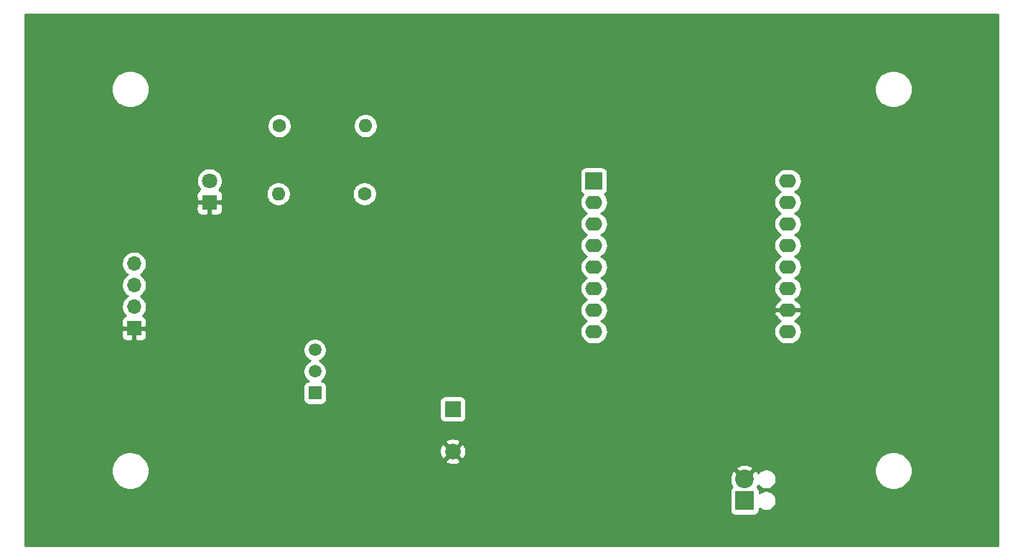
<source format=gbr>
%TF.GenerationSoftware,KiCad,Pcbnew,(5.1.10-1-10_14)*%
%TF.CreationDate,2021-11-11T14:15:25+01:00*%
%TF.ProjectId,Distance_Measurement,44697374-616e-4636-955f-4d6561737572,01*%
%TF.SameCoordinates,Original*%
%TF.FileFunction,Copper,L2,Bot*%
%TF.FilePolarity,Positive*%
%FSLAX46Y46*%
G04 Gerber Fmt 4.6, Leading zero omitted, Abs format (unit mm)*
G04 Created by KiCad (PCBNEW (5.1.10-1-10_14)) date 2021-11-11 14:15:25*
%MOMM*%
%LPD*%
G01*
G04 APERTURE LIST*
%TA.AperFunction,ComponentPad*%
%ADD10O,2.000000X1.600000*%
%TD*%
%TA.AperFunction,ComponentPad*%
%ADD11R,2.000000X2.000000*%
%TD*%
%TA.AperFunction,ComponentPad*%
%ADD12O,1.600000X1.600000*%
%TD*%
%TA.AperFunction,ComponentPad*%
%ADD13C,1.600000*%
%TD*%
%TA.AperFunction,ComponentPad*%
%ADD14C,1.850000*%
%TD*%
%TA.AperFunction,ComponentPad*%
%ADD15R,1.850000X1.850000*%
%TD*%
%TA.AperFunction,ComponentPad*%
%ADD16R,1.500000X1.500000*%
%TD*%
%TA.AperFunction,ComponentPad*%
%ADD17C,1.500000*%
%TD*%
%TA.AperFunction,ComponentPad*%
%ADD18C,1.800000*%
%TD*%
%TA.AperFunction,ComponentPad*%
%ADD19R,1.800000X1.800000*%
%TD*%
%TA.AperFunction,ComponentPad*%
%ADD20O,1.700000X1.700000*%
%TD*%
%TA.AperFunction,ComponentPad*%
%ADD21R,1.700000X1.700000*%
%TD*%
%TA.AperFunction,ComponentPad*%
%ADD22C,2.200000*%
%TD*%
%TA.AperFunction,ComponentPad*%
%ADD23R,2.200000X2.200000*%
%TD*%
%TA.AperFunction,Conductor*%
%ADD24C,0.254000*%
%TD*%
%TA.AperFunction,Conductor*%
%ADD25C,0.100000*%
%TD*%
G04 APERTURE END LIST*
D10*
%TO.P,U1,16*%
%TO.N,N/C*%
X181991000Y-86614000D03*
%TO.P,U1,15*%
X181991000Y-89154000D03*
%TO.P,U1,14*%
%TO.N,Net-(R1-Pad2)*%
X181991000Y-91694000D03*
%TO.P,U1,13*%
%TO.N,N/C*%
X181991000Y-94234000D03*
%TO.P,U1,12*%
%TO.N,Net-(R2-Pad1)*%
X181991000Y-96774000D03*
%TO.P,U1,11*%
%TO.N,N/C*%
X181991000Y-99314000D03*
%TO.P,U1,10*%
%TO.N,GND*%
X181991000Y-101854000D03*
%TO.P,U1,9*%
%TO.N,+5V*%
X181991000Y-104394000D03*
%TO.P,U1,8*%
%TO.N,Net-(Q1-Pad3)*%
X159131000Y-104394000D03*
%TO.P,U1,7*%
%TO.N,N/C*%
X159131000Y-101854000D03*
%TO.P,U1,6*%
%TO.N,Net-(J1-Pad3)*%
X159131000Y-99314000D03*
%TO.P,U1,5*%
%TO.N,Net-(J1-Pad2)*%
X159131000Y-96774000D03*
%TO.P,U1,4*%
%TO.N,N/C*%
X159131000Y-94234000D03*
%TO.P,U1,3*%
X159131000Y-91694000D03*
D11*
%TO.P,U1,1*%
X159131000Y-86614000D03*
D10*
%TO.P,U1,2*%
X159131000Y-89154000D03*
%TD*%
D12*
%TO.P,R2,2*%
%TO.N,Net-(Q1-Pad2)*%
X121920000Y-88138000D03*
D13*
%TO.P,R2,1*%
%TO.N,Net-(R2-Pad1)*%
X132080000Y-88138000D03*
%TD*%
D14*
%TO.P,LS1,2*%
%TO.N,GND*%
X142494000Y-118538000D03*
D15*
%TO.P,LS1,1*%
%TO.N,Net-(LS1-Pad1)*%
X142494000Y-113538000D03*
%TD*%
D16*
%TO.P,Q1,1*%
%TO.N,Net-(LS1-Pad1)*%
X126238000Y-111633000D03*
D17*
%TO.P,Q1,3*%
%TO.N,Net-(Q1-Pad3)*%
X126238000Y-106553000D03*
%TO.P,Q1,2*%
%TO.N,Net-(Q1-Pad2)*%
X126238000Y-109093000D03*
%TD*%
D18*
%TO.P,D1,2*%
%TO.N,Net-(D1-Pad2)*%
X113792000Y-86614000D03*
D19*
%TO.P,D1,1*%
%TO.N,GND*%
X113792000Y-89154000D03*
%TD*%
D20*
%TO.P,J1,4*%
%TO.N,+5V*%
X104902000Y-96393000D03*
%TO.P,J1,3*%
%TO.N,Net-(J1-Pad3)*%
X104902000Y-98933000D03*
%TO.P,J1,2*%
%TO.N,Net-(J1-Pad2)*%
X104902000Y-101473000D03*
D21*
%TO.P,J1,1*%
%TO.N,GND*%
X104902000Y-104013000D03*
%TD*%
D22*
%TO.P,J2,2*%
%TO.N,GND*%
X176911000Y-121793000D03*
D23*
%TO.P,J2,1*%
%TO.N,+5V*%
X176911000Y-124333000D03*
%TD*%
D12*
%TO.P,R1,2*%
%TO.N,Net-(R1-Pad2)*%
X132207000Y-80137000D03*
D13*
%TO.P,R1,1*%
%TO.N,Net-(D1-Pad2)*%
X122047000Y-80137000D03*
%TD*%
D24*
%TO.N,GND*%
X206780001Y-129634000D02*
X92100000Y-129634000D01*
X92100000Y-120573872D01*
X102205000Y-120573872D01*
X102205000Y-121014128D01*
X102290890Y-121445925D01*
X102459369Y-121852669D01*
X102703962Y-122218729D01*
X103015271Y-122530038D01*
X103381331Y-122774631D01*
X103788075Y-122943110D01*
X104219872Y-123029000D01*
X104660128Y-123029000D01*
X105091925Y-122943110D01*
X105498669Y-122774631D01*
X105864729Y-122530038D01*
X106176038Y-122218729D01*
X106420631Y-121852669D01*
X106421057Y-121851639D01*
X175168591Y-121851639D01*
X175213511Y-122190439D01*
X175323664Y-122513966D01*
X175429662Y-122712274D01*
X175439733Y-122716228D01*
X175359815Y-122781815D01*
X175280463Y-122878506D01*
X175221498Y-122988820D01*
X175185188Y-123108518D01*
X175172928Y-123233000D01*
X175172928Y-125433000D01*
X175185188Y-125557482D01*
X175221498Y-125677180D01*
X175280463Y-125787494D01*
X175359815Y-125884185D01*
X175456506Y-125963537D01*
X175566820Y-126022502D01*
X175686518Y-126058812D01*
X175811000Y-126071072D01*
X178011000Y-126071072D01*
X178135482Y-126058812D01*
X178255180Y-126022502D01*
X178365494Y-125963537D01*
X178462185Y-125884185D01*
X178541537Y-125787494D01*
X178600502Y-125677180D01*
X178636812Y-125557482D01*
X178649072Y-125433000D01*
X178649072Y-125206916D01*
X178695606Y-125253450D01*
X178889692Y-125383134D01*
X179105348Y-125472461D01*
X179334288Y-125518000D01*
X179567712Y-125518000D01*
X179796652Y-125472461D01*
X180012308Y-125383134D01*
X180206394Y-125253450D01*
X180371450Y-125088394D01*
X180501134Y-124894308D01*
X180590461Y-124678652D01*
X180636000Y-124449712D01*
X180636000Y-124216288D01*
X180590461Y-123987348D01*
X180501134Y-123771692D01*
X180371450Y-123577606D01*
X180206394Y-123412550D01*
X180012308Y-123282866D01*
X179796652Y-123193539D01*
X179567712Y-123148000D01*
X179334288Y-123148000D01*
X179105348Y-123193539D01*
X178889692Y-123282866D01*
X178695606Y-123412550D01*
X178649072Y-123459084D01*
X178649072Y-123233000D01*
X178636812Y-123108518D01*
X178600502Y-122988820D01*
X178541537Y-122878506D01*
X178462185Y-122781815D01*
X178382267Y-122716228D01*
X178392338Y-122712274D01*
X178497387Y-122498762D01*
X178530550Y-122548394D01*
X178695606Y-122713450D01*
X178889692Y-122843134D01*
X179105348Y-122932461D01*
X179334288Y-122978000D01*
X179567712Y-122978000D01*
X179796652Y-122932461D01*
X180012308Y-122843134D01*
X180206394Y-122713450D01*
X180371450Y-122548394D01*
X180501134Y-122354308D01*
X180590461Y-122138652D01*
X180636000Y-121909712D01*
X180636000Y-121676288D01*
X180590461Y-121447348D01*
X180501134Y-121231692D01*
X180371450Y-121037606D01*
X180206394Y-120872550D01*
X180012308Y-120742866D01*
X179796652Y-120653539D01*
X179567712Y-120608000D01*
X179334288Y-120608000D01*
X179105348Y-120653539D01*
X178889692Y-120742866D01*
X178695606Y-120872550D01*
X178530550Y-121037606D01*
X178501445Y-121081165D01*
X178498336Y-121072034D01*
X178392338Y-120873726D01*
X178117712Y-120765893D01*
X177090605Y-121793000D01*
X177104748Y-121807143D01*
X176925143Y-121986748D01*
X176911000Y-121972605D01*
X176896858Y-121986748D01*
X176717253Y-121807143D01*
X176731395Y-121793000D01*
X175704288Y-120765893D01*
X175429662Y-120873726D01*
X175278784Y-121180384D01*
X175190631Y-121510585D01*
X175168591Y-121851639D01*
X106421057Y-121851639D01*
X106589110Y-121445925D01*
X106675000Y-121014128D01*
X106675000Y-120586288D01*
X175883893Y-120586288D01*
X176911000Y-121613395D01*
X177938107Y-120586288D01*
X177933232Y-120573872D01*
X192205000Y-120573872D01*
X192205000Y-121014128D01*
X192290890Y-121445925D01*
X192459369Y-121852669D01*
X192703962Y-122218729D01*
X193015271Y-122530038D01*
X193381331Y-122774631D01*
X193788075Y-122943110D01*
X194219872Y-123029000D01*
X194660128Y-123029000D01*
X195091925Y-122943110D01*
X195498669Y-122774631D01*
X195864729Y-122530038D01*
X196176038Y-122218729D01*
X196420631Y-121852669D01*
X196589110Y-121445925D01*
X196675000Y-121014128D01*
X196675000Y-120573872D01*
X196589110Y-120142075D01*
X196420631Y-119735331D01*
X196176038Y-119369271D01*
X195864729Y-119057962D01*
X195498669Y-118813369D01*
X195091925Y-118644890D01*
X194660128Y-118559000D01*
X194219872Y-118559000D01*
X193788075Y-118644890D01*
X193381331Y-118813369D01*
X193015271Y-119057962D01*
X192703962Y-119369271D01*
X192459369Y-119735331D01*
X192290890Y-120142075D01*
X192205000Y-120573872D01*
X177933232Y-120573872D01*
X177830274Y-120311662D01*
X177523616Y-120160784D01*
X177193415Y-120072631D01*
X176852361Y-120050591D01*
X176513561Y-120095511D01*
X176190034Y-120205664D01*
X175991726Y-120311662D01*
X175883893Y-120586288D01*
X106675000Y-120586288D01*
X106675000Y-120573872D01*
X106589110Y-120142075D01*
X106420631Y-119735331D01*
X106343514Y-119619917D01*
X141591688Y-119619917D01*
X141678393Y-119876653D01*
X141955223Y-120010048D01*
X142252757Y-120086873D01*
X142559562Y-120104176D01*
X142863848Y-120061292D01*
X143153921Y-119959868D01*
X143309607Y-119876653D01*
X143396312Y-119619917D01*
X142494000Y-118717605D01*
X141591688Y-119619917D01*
X106343514Y-119619917D01*
X106176038Y-119369271D01*
X105864729Y-119057962D01*
X105498669Y-118813369D01*
X105091925Y-118644890D01*
X104884156Y-118603562D01*
X140927824Y-118603562D01*
X140970708Y-118907848D01*
X141072132Y-119197921D01*
X141155347Y-119353607D01*
X141412083Y-119440312D01*
X142314395Y-118538000D01*
X142673605Y-118538000D01*
X143575917Y-119440312D01*
X143832653Y-119353607D01*
X143966048Y-119076777D01*
X144042873Y-118779243D01*
X144060176Y-118472438D01*
X144017292Y-118168152D01*
X143915868Y-117878079D01*
X143832653Y-117722393D01*
X143575917Y-117635688D01*
X142673605Y-118538000D01*
X142314395Y-118538000D01*
X141412083Y-117635688D01*
X141155347Y-117722393D01*
X141021952Y-117999223D01*
X140945127Y-118296757D01*
X140927824Y-118603562D01*
X104884156Y-118603562D01*
X104660128Y-118559000D01*
X104219872Y-118559000D01*
X103788075Y-118644890D01*
X103381331Y-118813369D01*
X103015271Y-119057962D01*
X102703962Y-119369271D01*
X102459369Y-119735331D01*
X102290890Y-120142075D01*
X102205000Y-120573872D01*
X92100000Y-120573872D01*
X92100000Y-117456083D01*
X141591688Y-117456083D01*
X142494000Y-118358395D01*
X143396312Y-117456083D01*
X143309607Y-117199347D01*
X143032777Y-117065952D01*
X142735243Y-116989127D01*
X142428438Y-116971824D01*
X142124152Y-117014708D01*
X141834079Y-117116132D01*
X141678393Y-117199347D01*
X141591688Y-117456083D01*
X92100000Y-117456083D01*
X92100000Y-110883000D01*
X124849928Y-110883000D01*
X124849928Y-112383000D01*
X124862188Y-112507482D01*
X124898498Y-112627180D01*
X124957463Y-112737494D01*
X125036815Y-112834185D01*
X125133506Y-112913537D01*
X125243820Y-112972502D01*
X125363518Y-113008812D01*
X125488000Y-113021072D01*
X126988000Y-113021072D01*
X127112482Y-113008812D01*
X127232180Y-112972502D01*
X127342494Y-112913537D01*
X127439185Y-112834185D01*
X127518537Y-112737494D01*
X127577502Y-112627180D01*
X127581803Y-112613000D01*
X140930928Y-112613000D01*
X140930928Y-114463000D01*
X140943188Y-114587482D01*
X140979498Y-114707180D01*
X141038463Y-114817494D01*
X141117815Y-114914185D01*
X141214506Y-114993537D01*
X141324820Y-115052502D01*
X141444518Y-115088812D01*
X141569000Y-115101072D01*
X143419000Y-115101072D01*
X143543482Y-115088812D01*
X143663180Y-115052502D01*
X143773494Y-114993537D01*
X143870185Y-114914185D01*
X143949537Y-114817494D01*
X144008502Y-114707180D01*
X144044812Y-114587482D01*
X144057072Y-114463000D01*
X144057072Y-112613000D01*
X144044812Y-112488518D01*
X144008502Y-112368820D01*
X143949537Y-112258506D01*
X143870185Y-112161815D01*
X143773494Y-112082463D01*
X143663180Y-112023498D01*
X143543482Y-111987188D01*
X143419000Y-111974928D01*
X141569000Y-111974928D01*
X141444518Y-111987188D01*
X141324820Y-112023498D01*
X141214506Y-112082463D01*
X141117815Y-112161815D01*
X141038463Y-112258506D01*
X140979498Y-112368820D01*
X140943188Y-112488518D01*
X140930928Y-112613000D01*
X127581803Y-112613000D01*
X127613812Y-112507482D01*
X127626072Y-112383000D01*
X127626072Y-110883000D01*
X127613812Y-110758518D01*
X127577502Y-110638820D01*
X127518537Y-110528506D01*
X127439185Y-110431815D01*
X127342494Y-110352463D01*
X127232180Y-110293498D01*
X127112482Y-110257188D01*
X127004517Y-110246555D01*
X127120886Y-110168799D01*
X127313799Y-109975886D01*
X127465371Y-109749043D01*
X127569775Y-109496989D01*
X127623000Y-109229411D01*
X127623000Y-108956589D01*
X127569775Y-108689011D01*
X127465371Y-108436957D01*
X127313799Y-108210114D01*
X127120886Y-108017201D01*
X126894043Y-107865629D01*
X126791127Y-107823000D01*
X126894043Y-107780371D01*
X127120886Y-107628799D01*
X127313799Y-107435886D01*
X127465371Y-107209043D01*
X127569775Y-106956989D01*
X127623000Y-106689411D01*
X127623000Y-106416589D01*
X127569775Y-106149011D01*
X127465371Y-105896957D01*
X127313799Y-105670114D01*
X127120886Y-105477201D01*
X126894043Y-105325629D01*
X126641989Y-105221225D01*
X126374411Y-105168000D01*
X126101589Y-105168000D01*
X125834011Y-105221225D01*
X125581957Y-105325629D01*
X125355114Y-105477201D01*
X125162201Y-105670114D01*
X125010629Y-105896957D01*
X124906225Y-106149011D01*
X124853000Y-106416589D01*
X124853000Y-106689411D01*
X124906225Y-106956989D01*
X125010629Y-107209043D01*
X125162201Y-107435886D01*
X125355114Y-107628799D01*
X125581957Y-107780371D01*
X125684873Y-107823000D01*
X125581957Y-107865629D01*
X125355114Y-108017201D01*
X125162201Y-108210114D01*
X125010629Y-108436957D01*
X124906225Y-108689011D01*
X124853000Y-108956589D01*
X124853000Y-109229411D01*
X124906225Y-109496989D01*
X125010629Y-109749043D01*
X125162201Y-109975886D01*
X125355114Y-110168799D01*
X125471483Y-110246555D01*
X125363518Y-110257188D01*
X125243820Y-110293498D01*
X125133506Y-110352463D01*
X125036815Y-110431815D01*
X124957463Y-110528506D01*
X124898498Y-110638820D01*
X124862188Y-110758518D01*
X124849928Y-110883000D01*
X92100000Y-110883000D01*
X92100000Y-104863000D01*
X103413928Y-104863000D01*
X103426188Y-104987482D01*
X103462498Y-105107180D01*
X103521463Y-105217494D01*
X103600815Y-105314185D01*
X103697506Y-105393537D01*
X103807820Y-105452502D01*
X103927518Y-105488812D01*
X104052000Y-105501072D01*
X104616250Y-105498000D01*
X104775000Y-105339250D01*
X104775000Y-104140000D01*
X105029000Y-104140000D01*
X105029000Y-105339250D01*
X105187750Y-105498000D01*
X105752000Y-105501072D01*
X105876482Y-105488812D01*
X105996180Y-105452502D01*
X106106494Y-105393537D01*
X106203185Y-105314185D01*
X106282537Y-105217494D01*
X106341502Y-105107180D01*
X106377812Y-104987482D01*
X106390072Y-104863000D01*
X106387000Y-104298750D01*
X106228250Y-104140000D01*
X105029000Y-104140000D01*
X104775000Y-104140000D01*
X103575750Y-104140000D01*
X103417000Y-104298750D01*
X103413928Y-104863000D01*
X92100000Y-104863000D01*
X92100000Y-103163000D01*
X103413928Y-103163000D01*
X103417000Y-103727250D01*
X103575750Y-103886000D01*
X104775000Y-103886000D01*
X104775000Y-103866000D01*
X105029000Y-103866000D01*
X105029000Y-103886000D01*
X106228250Y-103886000D01*
X106387000Y-103727250D01*
X106390072Y-103163000D01*
X106377812Y-103038518D01*
X106341502Y-102918820D01*
X106282537Y-102808506D01*
X106203185Y-102711815D01*
X106106494Y-102632463D01*
X105996180Y-102573498D01*
X105923620Y-102551487D01*
X106055475Y-102419632D01*
X106217990Y-102176411D01*
X106329932Y-101906158D01*
X106387000Y-101619260D01*
X106387000Y-101326740D01*
X106329932Y-101039842D01*
X106217990Y-100769589D01*
X106055475Y-100526368D01*
X105848632Y-100319525D01*
X105674240Y-100203000D01*
X105848632Y-100086475D01*
X106055475Y-99879632D01*
X106217990Y-99636411D01*
X106329932Y-99366158D01*
X106387000Y-99079260D01*
X106387000Y-98786740D01*
X106329932Y-98499842D01*
X106217990Y-98229589D01*
X106055475Y-97986368D01*
X105848632Y-97779525D01*
X105674240Y-97663000D01*
X105848632Y-97546475D01*
X106055475Y-97339632D01*
X106217990Y-97096411D01*
X106329932Y-96826158D01*
X106387000Y-96539260D01*
X106387000Y-96246740D01*
X106329932Y-95959842D01*
X106217990Y-95689589D01*
X106055475Y-95446368D01*
X105848632Y-95239525D01*
X105605411Y-95077010D01*
X105335158Y-94965068D01*
X105048260Y-94908000D01*
X104755740Y-94908000D01*
X104468842Y-94965068D01*
X104198589Y-95077010D01*
X103955368Y-95239525D01*
X103748525Y-95446368D01*
X103586010Y-95689589D01*
X103474068Y-95959842D01*
X103417000Y-96246740D01*
X103417000Y-96539260D01*
X103474068Y-96826158D01*
X103586010Y-97096411D01*
X103748525Y-97339632D01*
X103955368Y-97546475D01*
X104129760Y-97663000D01*
X103955368Y-97779525D01*
X103748525Y-97986368D01*
X103586010Y-98229589D01*
X103474068Y-98499842D01*
X103417000Y-98786740D01*
X103417000Y-99079260D01*
X103474068Y-99366158D01*
X103586010Y-99636411D01*
X103748525Y-99879632D01*
X103955368Y-100086475D01*
X104129760Y-100203000D01*
X103955368Y-100319525D01*
X103748525Y-100526368D01*
X103586010Y-100769589D01*
X103474068Y-101039842D01*
X103417000Y-101326740D01*
X103417000Y-101619260D01*
X103474068Y-101906158D01*
X103586010Y-102176411D01*
X103748525Y-102419632D01*
X103880380Y-102551487D01*
X103807820Y-102573498D01*
X103697506Y-102632463D01*
X103600815Y-102711815D01*
X103521463Y-102808506D01*
X103462498Y-102918820D01*
X103426188Y-103038518D01*
X103413928Y-103163000D01*
X92100000Y-103163000D01*
X92100000Y-90054000D01*
X112253928Y-90054000D01*
X112266188Y-90178482D01*
X112302498Y-90298180D01*
X112361463Y-90408494D01*
X112440815Y-90505185D01*
X112537506Y-90584537D01*
X112647820Y-90643502D01*
X112767518Y-90679812D01*
X112892000Y-90692072D01*
X113506250Y-90689000D01*
X113665000Y-90530250D01*
X113665000Y-89281000D01*
X113919000Y-89281000D01*
X113919000Y-90530250D01*
X114077750Y-90689000D01*
X114692000Y-90692072D01*
X114816482Y-90679812D01*
X114936180Y-90643502D01*
X115046494Y-90584537D01*
X115143185Y-90505185D01*
X115222537Y-90408494D01*
X115281502Y-90298180D01*
X115317812Y-90178482D01*
X115330072Y-90054000D01*
X115327000Y-89439750D01*
X115168250Y-89281000D01*
X113919000Y-89281000D01*
X113665000Y-89281000D01*
X112415750Y-89281000D01*
X112257000Y-89439750D01*
X112253928Y-90054000D01*
X92100000Y-90054000D01*
X92100000Y-88254000D01*
X112253928Y-88254000D01*
X112257000Y-88868250D01*
X112415750Y-89027000D01*
X113665000Y-89027000D01*
X113665000Y-89007000D01*
X113919000Y-89007000D01*
X113919000Y-89027000D01*
X115168250Y-89027000D01*
X115327000Y-88868250D01*
X115330072Y-88254000D01*
X115317812Y-88129518D01*
X115281502Y-88009820D01*
X115274471Y-87996665D01*
X120485000Y-87996665D01*
X120485000Y-88279335D01*
X120540147Y-88556574D01*
X120648320Y-88817727D01*
X120805363Y-89052759D01*
X121005241Y-89252637D01*
X121240273Y-89409680D01*
X121501426Y-89517853D01*
X121778665Y-89573000D01*
X122061335Y-89573000D01*
X122338574Y-89517853D01*
X122599727Y-89409680D01*
X122834759Y-89252637D01*
X123034637Y-89052759D01*
X123191680Y-88817727D01*
X123299853Y-88556574D01*
X123355000Y-88279335D01*
X123355000Y-87996665D01*
X130645000Y-87996665D01*
X130645000Y-88279335D01*
X130700147Y-88556574D01*
X130808320Y-88817727D01*
X130965363Y-89052759D01*
X131165241Y-89252637D01*
X131400273Y-89409680D01*
X131661426Y-89517853D01*
X131938665Y-89573000D01*
X132221335Y-89573000D01*
X132498574Y-89517853D01*
X132759727Y-89409680D01*
X132994759Y-89252637D01*
X133093396Y-89154000D01*
X157489057Y-89154000D01*
X157516764Y-89435309D01*
X157598818Y-89705808D01*
X157732068Y-89955101D01*
X157911392Y-90173608D01*
X158129899Y-90352932D01*
X158262858Y-90424000D01*
X158129899Y-90495068D01*
X157911392Y-90674392D01*
X157732068Y-90892899D01*
X157598818Y-91142192D01*
X157516764Y-91412691D01*
X157489057Y-91694000D01*
X157516764Y-91975309D01*
X157598818Y-92245808D01*
X157732068Y-92495101D01*
X157911392Y-92713608D01*
X158129899Y-92892932D01*
X158262858Y-92964000D01*
X158129899Y-93035068D01*
X157911392Y-93214392D01*
X157732068Y-93432899D01*
X157598818Y-93682192D01*
X157516764Y-93952691D01*
X157489057Y-94234000D01*
X157516764Y-94515309D01*
X157598818Y-94785808D01*
X157732068Y-95035101D01*
X157911392Y-95253608D01*
X158129899Y-95432932D01*
X158262858Y-95504000D01*
X158129899Y-95575068D01*
X157911392Y-95754392D01*
X157732068Y-95972899D01*
X157598818Y-96222192D01*
X157516764Y-96492691D01*
X157489057Y-96774000D01*
X157516764Y-97055309D01*
X157598818Y-97325808D01*
X157732068Y-97575101D01*
X157911392Y-97793608D01*
X158129899Y-97972932D01*
X158262858Y-98044000D01*
X158129899Y-98115068D01*
X157911392Y-98294392D01*
X157732068Y-98512899D01*
X157598818Y-98762192D01*
X157516764Y-99032691D01*
X157489057Y-99314000D01*
X157516764Y-99595309D01*
X157598818Y-99865808D01*
X157732068Y-100115101D01*
X157911392Y-100333608D01*
X158129899Y-100512932D01*
X158262858Y-100584000D01*
X158129899Y-100655068D01*
X157911392Y-100834392D01*
X157732068Y-101052899D01*
X157598818Y-101302192D01*
X157516764Y-101572691D01*
X157489057Y-101854000D01*
X157516764Y-102135309D01*
X157598818Y-102405808D01*
X157732068Y-102655101D01*
X157911392Y-102873608D01*
X158129899Y-103052932D01*
X158262858Y-103124000D01*
X158129899Y-103195068D01*
X157911392Y-103374392D01*
X157732068Y-103592899D01*
X157598818Y-103842192D01*
X157516764Y-104112691D01*
X157489057Y-104394000D01*
X157516764Y-104675309D01*
X157598818Y-104945808D01*
X157732068Y-105195101D01*
X157911392Y-105413608D01*
X158129899Y-105592932D01*
X158379192Y-105726182D01*
X158649691Y-105808236D01*
X158860508Y-105829000D01*
X159401492Y-105829000D01*
X159612309Y-105808236D01*
X159882808Y-105726182D01*
X160132101Y-105592932D01*
X160350608Y-105413608D01*
X160529932Y-105195101D01*
X160663182Y-104945808D01*
X160745236Y-104675309D01*
X160772943Y-104394000D01*
X180349057Y-104394000D01*
X180376764Y-104675309D01*
X180458818Y-104945808D01*
X180592068Y-105195101D01*
X180771392Y-105413608D01*
X180989899Y-105592932D01*
X181239192Y-105726182D01*
X181509691Y-105808236D01*
X181720508Y-105829000D01*
X182261492Y-105829000D01*
X182472309Y-105808236D01*
X182742808Y-105726182D01*
X182992101Y-105592932D01*
X183210608Y-105413608D01*
X183389932Y-105195101D01*
X183523182Y-104945808D01*
X183605236Y-104675309D01*
X183632943Y-104394000D01*
X183605236Y-104112691D01*
X183523182Y-103842192D01*
X183389932Y-103592899D01*
X183210608Y-103374392D01*
X182992101Y-103195068D01*
X182862655Y-103125878D01*
X182880227Y-103118430D01*
X183113662Y-102959673D01*
X183311639Y-102758425D01*
X183466551Y-102522421D01*
X183572444Y-102260730D01*
X183582904Y-102203039D01*
X183460915Y-101981000D01*
X182118000Y-101981000D01*
X182118000Y-102001000D01*
X181864000Y-102001000D01*
X181864000Y-101981000D01*
X180521085Y-101981000D01*
X180399096Y-102203039D01*
X180409556Y-102260730D01*
X180515449Y-102522421D01*
X180670361Y-102758425D01*
X180868338Y-102959673D01*
X181101773Y-103118430D01*
X181119345Y-103125878D01*
X180989899Y-103195068D01*
X180771392Y-103374392D01*
X180592068Y-103592899D01*
X180458818Y-103842192D01*
X180376764Y-104112691D01*
X180349057Y-104394000D01*
X160772943Y-104394000D01*
X160745236Y-104112691D01*
X160663182Y-103842192D01*
X160529932Y-103592899D01*
X160350608Y-103374392D01*
X160132101Y-103195068D01*
X159999142Y-103124000D01*
X160132101Y-103052932D01*
X160350608Y-102873608D01*
X160529932Y-102655101D01*
X160663182Y-102405808D01*
X160745236Y-102135309D01*
X160772943Y-101854000D01*
X160745236Y-101572691D01*
X160663182Y-101302192D01*
X160529932Y-101052899D01*
X160350608Y-100834392D01*
X160132101Y-100655068D01*
X159999142Y-100584000D01*
X160132101Y-100512932D01*
X160350608Y-100333608D01*
X160529932Y-100115101D01*
X160663182Y-99865808D01*
X160745236Y-99595309D01*
X160772943Y-99314000D01*
X160745236Y-99032691D01*
X160663182Y-98762192D01*
X160529932Y-98512899D01*
X160350608Y-98294392D01*
X160132101Y-98115068D01*
X159999142Y-98044000D01*
X160132101Y-97972932D01*
X160350608Y-97793608D01*
X160529932Y-97575101D01*
X160663182Y-97325808D01*
X160745236Y-97055309D01*
X160772943Y-96774000D01*
X160745236Y-96492691D01*
X160663182Y-96222192D01*
X160529932Y-95972899D01*
X160350608Y-95754392D01*
X160132101Y-95575068D01*
X159999142Y-95504000D01*
X160132101Y-95432932D01*
X160350608Y-95253608D01*
X160529932Y-95035101D01*
X160663182Y-94785808D01*
X160745236Y-94515309D01*
X160772943Y-94234000D01*
X160745236Y-93952691D01*
X160663182Y-93682192D01*
X160529932Y-93432899D01*
X160350608Y-93214392D01*
X160132101Y-93035068D01*
X159999142Y-92964000D01*
X160132101Y-92892932D01*
X160350608Y-92713608D01*
X160529932Y-92495101D01*
X160663182Y-92245808D01*
X160745236Y-91975309D01*
X160772943Y-91694000D01*
X160745236Y-91412691D01*
X160663182Y-91142192D01*
X160529932Y-90892899D01*
X160350608Y-90674392D01*
X160132101Y-90495068D01*
X159999142Y-90424000D01*
X160132101Y-90352932D01*
X160350608Y-90173608D01*
X160529932Y-89955101D01*
X160663182Y-89705808D01*
X160745236Y-89435309D01*
X160772943Y-89154000D01*
X160745236Y-88872691D01*
X160663182Y-88602192D01*
X160529932Y-88352899D01*
X160397524Y-88191559D01*
X160485494Y-88144537D01*
X160582185Y-88065185D01*
X160661537Y-87968494D01*
X160720502Y-87858180D01*
X160756812Y-87738482D01*
X160769072Y-87614000D01*
X160769072Y-86614000D01*
X180349057Y-86614000D01*
X180376764Y-86895309D01*
X180458818Y-87165808D01*
X180592068Y-87415101D01*
X180771392Y-87633608D01*
X180989899Y-87812932D01*
X181122858Y-87884000D01*
X180989899Y-87955068D01*
X180771392Y-88134392D01*
X180592068Y-88352899D01*
X180458818Y-88602192D01*
X180376764Y-88872691D01*
X180349057Y-89154000D01*
X180376764Y-89435309D01*
X180458818Y-89705808D01*
X180592068Y-89955101D01*
X180771392Y-90173608D01*
X180989899Y-90352932D01*
X181122858Y-90424000D01*
X180989899Y-90495068D01*
X180771392Y-90674392D01*
X180592068Y-90892899D01*
X180458818Y-91142192D01*
X180376764Y-91412691D01*
X180349057Y-91694000D01*
X180376764Y-91975309D01*
X180458818Y-92245808D01*
X180592068Y-92495101D01*
X180771392Y-92713608D01*
X180989899Y-92892932D01*
X181122858Y-92964000D01*
X180989899Y-93035068D01*
X180771392Y-93214392D01*
X180592068Y-93432899D01*
X180458818Y-93682192D01*
X180376764Y-93952691D01*
X180349057Y-94234000D01*
X180376764Y-94515309D01*
X180458818Y-94785808D01*
X180592068Y-95035101D01*
X180771392Y-95253608D01*
X180989899Y-95432932D01*
X181122858Y-95504000D01*
X180989899Y-95575068D01*
X180771392Y-95754392D01*
X180592068Y-95972899D01*
X180458818Y-96222192D01*
X180376764Y-96492691D01*
X180349057Y-96774000D01*
X180376764Y-97055309D01*
X180458818Y-97325808D01*
X180592068Y-97575101D01*
X180771392Y-97793608D01*
X180989899Y-97972932D01*
X181122858Y-98044000D01*
X180989899Y-98115068D01*
X180771392Y-98294392D01*
X180592068Y-98512899D01*
X180458818Y-98762192D01*
X180376764Y-99032691D01*
X180349057Y-99314000D01*
X180376764Y-99595309D01*
X180458818Y-99865808D01*
X180592068Y-100115101D01*
X180771392Y-100333608D01*
X180989899Y-100512932D01*
X181119345Y-100582122D01*
X181101773Y-100589570D01*
X180868338Y-100748327D01*
X180670361Y-100949575D01*
X180515449Y-101185579D01*
X180409556Y-101447270D01*
X180399096Y-101504961D01*
X180521085Y-101727000D01*
X181864000Y-101727000D01*
X181864000Y-101707000D01*
X182118000Y-101707000D01*
X182118000Y-101727000D01*
X183460915Y-101727000D01*
X183582904Y-101504961D01*
X183572444Y-101447270D01*
X183466551Y-101185579D01*
X183311639Y-100949575D01*
X183113662Y-100748327D01*
X182880227Y-100589570D01*
X182862655Y-100582122D01*
X182992101Y-100512932D01*
X183210608Y-100333608D01*
X183389932Y-100115101D01*
X183523182Y-99865808D01*
X183605236Y-99595309D01*
X183632943Y-99314000D01*
X183605236Y-99032691D01*
X183523182Y-98762192D01*
X183389932Y-98512899D01*
X183210608Y-98294392D01*
X182992101Y-98115068D01*
X182859142Y-98044000D01*
X182992101Y-97972932D01*
X183210608Y-97793608D01*
X183389932Y-97575101D01*
X183523182Y-97325808D01*
X183605236Y-97055309D01*
X183632943Y-96774000D01*
X183605236Y-96492691D01*
X183523182Y-96222192D01*
X183389932Y-95972899D01*
X183210608Y-95754392D01*
X182992101Y-95575068D01*
X182859142Y-95504000D01*
X182992101Y-95432932D01*
X183210608Y-95253608D01*
X183389932Y-95035101D01*
X183523182Y-94785808D01*
X183605236Y-94515309D01*
X183632943Y-94234000D01*
X183605236Y-93952691D01*
X183523182Y-93682192D01*
X183389932Y-93432899D01*
X183210608Y-93214392D01*
X182992101Y-93035068D01*
X182859142Y-92964000D01*
X182992101Y-92892932D01*
X183210608Y-92713608D01*
X183389932Y-92495101D01*
X183523182Y-92245808D01*
X183605236Y-91975309D01*
X183632943Y-91694000D01*
X183605236Y-91412691D01*
X183523182Y-91142192D01*
X183389932Y-90892899D01*
X183210608Y-90674392D01*
X182992101Y-90495068D01*
X182859142Y-90424000D01*
X182992101Y-90352932D01*
X183210608Y-90173608D01*
X183389932Y-89955101D01*
X183523182Y-89705808D01*
X183605236Y-89435309D01*
X183632943Y-89154000D01*
X183605236Y-88872691D01*
X183523182Y-88602192D01*
X183389932Y-88352899D01*
X183210608Y-88134392D01*
X182992101Y-87955068D01*
X182859142Y-87884000D01*
X182992101Y-87812932D01*
X183210608Y-87633608D01*
X183389932Y-87415101D01*
X183523182Y-87165808D01*
X183605236Y-86895309D01*
X183632943Y-86614000D01*
X183605236Y-86332691D01*
X183523182Y-86062192D01*
X183389932Y-85812899D01*
X183210608Y-85594392D01*
X182992101Y-85415068D01*
X182742808Y-85281818D01*
X182472309Y-85199764D01*
X182261492Y-85179000D01*
X181720508Y-85179000D01*
X181509691Y-85199764D01*
X181239192Y-85281818D01*
X180989899Y-85415068D01*
X180771392Y-85594392D01*
X180592068Y-85812899D01*
X180458818Y-86062192D01*
X180376764Y-86332691D01*
X180349057Y-86614000D01*
X160769072Y-86614000D01*
X160769072Y-85614000D01*
X160756812Y-85489518D01*
X160720502Y-85369820D01*
X160661537Y-85259506D01*
X160582185Y-85162815D01*
X160485494Y-85083463D01*
X160375180Y-85024498D01*
X160255482Y-84988188D01*
X160131000Y-84975928D01*
X158131000Y-84975928D01*
X158006518Y-84988188D01*
X157886820Y-85024498D01*
X157776506Y-85083463D01*
X157679815Y-85162815D01*
X157600463Y-85259506D01*
X157541498Y-85369820D01*
X157505188Y-85489518D01*
X157492928Y-85614000D01*
X157492928Y-87614000D01*
X157505188Y-87738482D01*
X157541498Y-87858180D01*
X157600463Y-87968494D01*
X157679815Y-88065185D01*
X157776506Y-88144537D01*
X157864476Y-88191559D01*
X157732068Y-88352899D01*
X157598818Y-88602192D01*
X157516764Y-88872691D01*
X157489057Y-89154000D01*
X133093396Y-89154000D01*
X133194637Y-89052759D01*
X133351680Y-88817727D01*
X133459853Y-88556574D01*
X133515000Y-88279335D01*
X133515000Y-87996665D01*
X133459853Y-87719426D01*
X133351680Y-87458273D01*
X133194637Y-87223241D01*
X132994759Y-87023363D01*
X132759727Y-86866320D01*
X132498574Y-86758147D01*
X132221335Y-86703000D01*
X131938665Y-86703000D01*
X131661426Y-86758147D01*
X131400273Y-86866320D01*
X131165241Y-87023363D01*
X130965363Y-87223241D01*
X130808320Y-87458273D01*
X130700147Y-87719426D01*
X130645000Y-87996665D01*
X123355000Y-87996665D01*
X123299853Y-87719426D01*
X123191680Y-87458273D01*
X123034637Y-87223241D01*
X122834759Y-87023363D01*
X122599727Y-86866320D01*
X122338574Y-86758147D01*
X122061335Y-86703000D01*
X121778665Y-86703000D01*
X121501426Y-86758147D01*
X121240273Y-86866320D01*
X121005241Y-87023363D01*
X120805363Y-87223241D01*
X120648320Y-87458273D01*
X120540147Y-87719426D01*
X120485000Y-87996665D01*
X115274471Y-87996665D01*
X115222537Y-87899506D01*
X115143185Y-87802815D01*
X115046494Y-87723463D01*
X114936180Y-87664498D01*
X114917873Y-87658944D01*
X114984312Y-87592505D01*
X115152299Y-87341095D01*
X115268011Y-87061743D01*
X115327000Y-86765184D01*
X115327000Y-86462816D01*
X115268011Y-86166257D01*
X115152299Y-85886905D01*
X114984312Y-85635495D01*
X114770505Y-85421688D01*
X114519095Y-85253701D01*
X114239743Y-85137989D01*
X113943184Y-85079000D01*
X113640816Y-85079000D01*
X113344257Y-85137989D01*
X113064905Y-85253701D01*
X112813495Y-85421688D01*
X112599688Y-85635495D01*
X112431701Y-85886905D01*
X112315989Y-86166257D01*
X112257000Y-86462816D01*
X112257000Y-86765184D01*
X112315989Y-87061743D01*
X112431701Y-87341095D01*
X112599688Y-87592505D01*
X112666127Y-87658944D01*
X112647820Y-87664498D01*
X112537506Y-87723463D01*
X112440815Y-87802815D01*
X112361463Y-87899506D01*
X112302498Y-88009820D01*
X112266188Y-88129518D01*
X112253928Y-88254000D01*
X92100000Y-88254000D01*
X92100000Y-79995665D01*
X120612000Y-79995665D01*
X120612000Y-80278335D01*
X120667147Y-80555574D01*
X120775320Y-80816727D01*
X120932363Y-81051759D01*
X121132241Y-81251637D01*
X121367273Y-81408680D01*
X121628426Y-81516853D01*
X121905665Y-81572000D01*
X122188335Y-81572000D01*
X122465574Y-81516853D01*
X122726727Y-81408680D01*
X122961759Y-81251637D01*
X123161637Y-81051759D01*
X123318680Y-80816727D01*
X123426853Y-80555574D01*
X123482000Y-80278335D01*
X123482000Y-79995665D01*
X130772000Y-79995665D01*
X130772000Y-80278335D01*
X130827147Y-80555574D01*
X130935320Y-80816727D01*
X131092363Y-81051759D01*
X131292241Y-81251637D01*
X131527273Y-81408680D01*
X131788426Y-81516853D01*
X132065665Y-81572000D01*
X132348335Y-81572000D01*
X132625574Y-81516853D01*
X132886727Y-81408680D01*
X133121759Y-81251637D01*
X133321637Y-81051759D01*
X133478680Y-80816727D01*
X133586853Y-80555574D01*
X133642000Y-80278335D01*
X133642000Y-79995665D01*
X133586853Y-79718426D01*
X133478680Y-79457273D01*
X133321637Y-79222241D01*
X133121759Y-79022363D01*
X132886727Y-78865320D01*
X132625574Y-78757147D01*
X132348335Y-78702000D01*
X132065665Y-78702000D01*
X131788426Y-78757147D01*
X131527273Y-78865320D01*
X131292241Y-79022363D01*
X131092363Y-79222241D01*
X130935320Y-79457273D01*
X130827147Y-79718426D01*
X130772000Y-79995665D01*
X123482000Y-79995665D01*
X123426853Y-79718426D01*
X123318680Y-79457273D01*
X123161637Y-79222241D01*
X122961759Y-79022363D01*
X122726727Y-78865320D01*
X122465574Y-78757147D01*
X122188335Y-78702000D01*
X121905665Y-78702000D01*
X121628426Y-78757147D01*
X121367273Y-78865320D01*
X121132241Y-79022363D01*
X120932363Y-79222241D01*
X120775320Y-79457273D01*
X120667147Y-79718426D01*
X120612000Y-79995665D01*
X92100000Y-79995665D01*
X92100000Y-75573872D01*
X102205000Y-75573872D01*
X102205000Y-76014128D01*
X102290890Y-76445925D01*
X102459369Y-76852669D01*
X102703962Y-77218729D01*
X103015271Y-77530038D01*
X103381331Y-77774631D01*
X103788075Y-77943110D01*
X104219872Y-78029000D01*
X104660128Y-78029000D01*
X105091925Y-77943110D01*
X105498669Y-77774631D01*
X105864729Y-77530038D01*
X106176038Y-77218729D01*
X106420631Y-76852669D01*
X106589110Y-76445925D01*
X106675000Y-76014128D01*
X106675000Y-75573872D01*
X192205000Y-75573872D01*
X192205000Y-76014128D01*
X192290890Y-76445925D01*
X192459369Y-76852669D01*
X192703962Y-77218729D01*
X193015271Y-77530038D01*
X193381331Y-77774631D01*
X193788075Y-77943110D01*
X194219872Y-78029000D01*
X194660128Y-78029000D01*
X195091925Y-77943110D01*
X195498669Y-77774631D01*
X195864729Y-77530038D01*
X196176038Y-77218729D01*
X196420631Y-76852669D01*
X196589110Y-76445925D01*
X196675000Y-76014128D01*
X196675000Y-75573872D01*
X196589110Y-75142075D01*
X196420631Y-74735331D01*
X196176038Y-74369271D01*
X195864729Y-74057962D01*
X195498669Y-73813369D01*
X195091925Y-73644890D01*
X194660128Y-73559000D01*
X194219872Y-73559000D01*
X193788075Y-73644890D01*
X193381331Y-73813369D01*
X193015271Y-74057962D01*
X192703962Y-74369271D01*
X192459369Y-74735331D01*
X192290890Y-75142075D01*
X192205000Y-75573872D01*
X106675000Y-75573872D01*
X106589110Y-75142075D01*
X106420631Y-74735331D01*
X106176038Y-74369271D01*
X105864729Y-74057962D01*
X105498669Y-73813369D01*
X105091925Y-73644890D01*
X104660128Y-73559000D01*
X104219872Y-73559000D01*
X103788075Y-73644890D01*
X103381331Y-73813369D01*
X103015271Y-74057962D01*
X102703962Y-74369271D01*
X102459369Y-74735331D01*
X102290890Y-75142075D01*
X102205000Y-75573872D01*
X92100000Y-75573872D01*
X92100000Y-66954000D01*
X206780000Y-66954000D01*
X206780001Y-129634000D01*
%TA.AperFunction,Conductor*%
D25*
G36*
X206780001Y-129634000D02*
G01*
X92100000Y-129634000D01*
X92100000Y-120573872D01*
X102205000Y-120573872D01*
X102205000Y-121014128D01*
X102290890Y-121445925D01*
X102459369Y-121852669D01*
X102703962Y-122218729D01*
X103015271Y-122530038D01*
X103381331Y-122774631D01*
X103788075Y-122943110D01*
X104219872Y-123029000D01*
X104660128Y-123029000D01*
X105091925Y-122943110D01*
X105498669Y-122774631D01*
X105864729Y-122530038D01*
X106176038Y-122218729D01*
X106420631Y-121852669D01*
X106421057Y-121851639D01*
X175168591Y-121851639D01*
X175213511Y-122190439D01*
X175323664Y-122513966D01*
X175429662Y-122712274D01*
X175439733Y-122716228D01*
X175359815Y-122781815D01*
X175280463Y-122878506D01*
X175221498Y-122988820D01*
X175185188Y-123108518D01*
X175172928Y-123233000D01*
X175172928Y-125433000D01*
X175185188Y-125557482D01*
X175221498Y-125677180D01*
X175280463Y-125787494D01*
X175359815Y-125884185D01*
X175456506Y-125963537D01*
X175566820Y-126022502D01*
X175686518Y-126058812D01*
X175811000Y-126071072D01*
X178011000Y-126071072D01*
X178135482Y-126058812D01*
X178255180Y-126022502D01*
X178365494Y-125963537D01*
X178462185Y-125884185D01*
X178541537Y-125787494D01*
X178600502Y-125677180D01*
X178636812Y-125557482D01*
X178649072Y-125433000D01*
X178649072Y-125206916D01*
X178695606Y-125253450D01*
X178889692Y-125383134D01*
X179105348Y-125472461D01*
X179334288Y-125518000D01*
X179567712Y-125518000D01*
X179796652Y-125472461D01*
X180012308Y-125383134D01*
X180206394Y-125253450D01*
X180371450Y-125088394D01*
X180501134Y-124894308D01*
X180590461Y-124678652D01*
X180636000Y-124449712D01*
X180636000Y-124216288D01*
X180590461Y-123987348D01*
X180501134Y-123771692D01*
X180371450Y-123577606D01*
X180206394Y-123412550D01*
X180012308Y-123282866D01*
X179796652Y-123193539D01*
X179567712Y-123148000D01*
X179334288Y-123148000D01*
X179105348Y-123193539D01*
X178889692Y-123282866D01*
X178695606Y-123412550D01*
X178649072Y-123459084D01*
X178649072Y-123233000D01*
X178636812Y-123108518D01*
X178600502Y-122988820D01*
X178541537Y-122878506D01*
X178462185Y-122781815D01*
X178382267Y-122716228D01*
X178392338Y-122712274D01*
X178497387Y-122498762D01*
X178530550Y-122548394D01*
X178695606Y-122713450D01*
X178889692Y-122843134D01*
X179105348Y-122932461D01*
X179334288Y-122978000D01*
X179567712Y-122978000D01*
X179796652Y-122932461D01*
X180012308Y-122843134D01*
X180206394Y-122713450D01*
X180371450Y-122548394D01*
X180501134Y-122354308D01*
X180590461Y-122138652D01*
X180636000Y-121909712D01*
X180636000Y-121676288D01*
X180590461Y-121447348D01*
X180501134Y-121231692D01*
X180371450Y-121037606D01*
X180206394Y-120872550D01*
X180012308Y-120742866D01*
X179796652Y-120653539D01*
X179567712Y-120608000D01*
X179334288Y-120608000D01*
X179105348Y-120653539D01*
X178889692Y-120742866D01*
X178695606Y-120872550D01*
X178530550Y-121037606D01*
X178501445Y-121081165D01*
X178498336Y-121072034D01*
X178392338Y-120873726D01*
X178117712Y-120765893D01*
X177090605Y-121793000D01*
X177104748Y-121807143D01*
X176925143Y-121986748D01*
X176911000Y-121972605D01*
X176896858Y-121986748D01*
X176717253Y-121807143D01*
X176731395Y-121793000D01*
X175704288Y-120765893D01*
X175429662Y-120873726D01*
X175278784Y-121180384D01*
X175190631Y-121510585D01*
X175168591Y-121851639D01*
X106421057Y-121851639D01*
X106589110Y-121445925D01*
X106675000Y-121014128D01*
X106675000Y-120586288D01*
X175883893Y-120586288D01*
X176911000Y-121613395D01*
X177938107Y-120586288D01*
X177933232Y-120573872D01*
X192205000Y-120573872D01*
X192205000Y-121014128D01*
X192290890Y-121445925D01*
X192459369Y-121852669D01*
X192703962Y-122218729D01*
X193015271Y-122530038D01*
X193381331Y-122774631D01*
X193788075Y-122943110D01*
X194219872Y-123029000D01*
X194660128Y-123029000D01*
X195091925Y-122943110D01*
X195498669Y-122774631D01*
X195864729Y-122530038D01*
X196176038Y-122218729D01*
X196420631Y-121852669D01*
X196589110Y-121445925D01*
X196675000Y-121014128D01*
X196675000Y-120573872D01*
X196589110Y-120142075D01*
X196420631Y-119735331D01*
X196176038Y-119369271D01*
X195864729Y-119057962D01*
X195498669Y-118813369D01*
X195091925Y-118644890D01*
X194660128Y-118559000D01*
X194219872Y-118559000D01*
X193788075Y-118644890D01*
X193381331Y-118813369D01*
X193015271Y-119057962D01*
X192703962Y-119369271D01*
X192459369Y-119735331D01*
X192290890Y-120142075D01*
X192205000Y-120573872D01*
X177933232Y-120573872D01*
X177830274Y-120311662D01*
X177523616Y-120160784D01*
X177193415Y-120072631D01*
X176852361Y-120050591D01*
X176513561Y-120095511D01*
X176190034Y-120205664D01*
X175991726Y-120311662D01*
X175883893Y-120586288D01*
X106675000Y-120586288D01*
X106675000Y-120573872D01*
X106589110Y-120142075D01*
X106420631Y-119735331D01*
X106343514Y-119619917D01*
X141591688Y-119619917D01*
X141678393Y-119876653D01*
X141955223Y-120010048D01*
X142252757Y-120086873D01*
X142559562Y-120104176D01*
X142863848Y-120061292D01*
X143153921Y-119959868D01*
X143309607Y-119876653D01*
X143396312Y-119619917D01*
X142494000Y-118717605D01*
X141591688Y-119619917D01*
X106343514Y-119619917D01*
X106176038Y-119369271D01*
X105864729Y-119057962D01*
X105498669Y-118813369D01*
X105091925Y-118644890D01*
X104884156Y-118603562D01*
X140927824Y-118603562D01*
X140970708Y-118907848D01*
X141072132Y-119197921D01*
X141155347Y-119353607D01*
X141412083Y-119440312D01*
X142314395Y-118538000D01*
X142673605Y-118538000D01*
X143575917Y-119440312D01*
X143832653Y-119353607D01*
X143966048Y-119076777D01*
X144042873Y-118779243D01*
X144060176Y-118472438D01*
X144017292Y-118168152D01*
X143915868Y-117878079D01*
X143832653Y-117722393D01*
X143575917Y-117635688D01*
X142673605Y-118538000D01*
X142314395Y-118538000D01*
X141412083Y-117635688D01*
X141155347Y-117722393D01*
X141021952Y-117999223D01*
X140945127Y-118296757D01*
X140927824Y-118603562D01*
X104884156Y-118603562D01*
X104660128Y-118559000D01*
X104219872Y-118559000D01*
X103788075Y-118644890D01*
X103381331Y-118813369D01*
X103015271Y-119057962D01*
X102703962Y-119369271D01*
X102459369Y-119735331D01*
X102290890Y-120142075D01*
X102205000Y-120573872D01*
X92100000Y-120573872D01*
X92100000Y-117456083D01*
X141591688Y-117456083D01*
X142494000Y-118358395D01*
X143396312Y-117456083D01*
X143309607Y-117199347D01*
X143032777Y-117065952D01*
X142735243Y-116989127D01*
X142428438Y-116971824D01*
X142124152Y-117014708D01*
X141834079Y-117116132D01*
X141678393Y-117199347D01*
X141591688Y-117456083D01*
X92100000Y-117456083D01*
X92100000Y-110883000D01*
X124849928Y-110883000D01*
X124849928Y-112383000D01*
X124862188Y-112507482D01*
X124898498Y-112627180D01*
X124957463Y-112737494D01*
X125036815Y-112834185D01*
X125133506Y-112913537D01*
X125243820Y-112972502D01*
X125363518Y-113008812D01*
X125488000Y-113021072D01*
X126988000Y-113021072D01*
X127112482Y-113008812D01*
X127232180Y-112972502D01*
X127342494Y-112913537D01*
X127439185Y-112834185D01*
X127518537Y-112737494D01*
X127577502Y-112627180D01*
X127581803Y-112613000D01*
X140930928Y-112613000D01*
X140930928Y-114463000D01*
X140943188Y-114587482D01*
X140979498Y-114707180D01*
X141038463Y-114817494D01*
X141117815Y-114914185D01*
X141214506Y-114993537D01*
X141324820Y-115052502D01*
X141444518Y-115088812D01*
X141569000Y-115101072D01*
X143419000Y-115101072D01*
X143543482Y-115088812D01*
X143663180Y-115052502D01*
X143773494Y-114993537D01*
X143870185Y-114914185D01*
X143949537Y-114817494D01*
X144008502Y-114707180D01*
X144044812Y-114587482D01*
X144057072Y-114463000D01*
X144057072Y-112613000D01*
X144044812Y-112488518D01*
X144008502Y-112368820D01*
X143949537Y-112258506D01*
X143870185Y-112161815D01*
X143773494Y-112082463D01*
X143663180Y-112023498D01*
X143543482Y-111987188D01*
X143419000Y-111974928D01*
X141569000Y-111974928D01*
X141444518Y-111987188D01*
X141324820Y-112023498D01*
X141214506Y-112082463D01*
X141117815Y-112161815D01*
X141038463Y-112258506D01*
X140979498Y-112368820D01*
X140943188Y-112488518D01*
X140930928Y-112613000D01*
X127581803Y-112613000D01*
X127613812Y-112507482D01*
X127626072Y-112383000D01*
X127626072Y-110883000D01*
X127613812Y-110758518D01*
X127577502Y-110638820D01*
X127518537Y-110528506D01*
X127439185Y-110431815D01*
X127342494Y-110352463D01*
X127232180Y-110293498D01*
X127112482Y-110257188D01*
X127004517Y-110246555D01*
X127120886Y-110168799D01*
X127313799Y-109975886D01*
X127465371Y-109749043D01*
X127569775Y-109496989D01*
X127623000Y-109229411D01*
X127623000Y-108956589D01*
X127569775Y-108689011D01*
X127465371Y-108436957D01*
X127313799Y-108210114D01*
X127120886Y-108017201D01*
X126894043Y-107865629D01*
X126791127Y-107823000D01*
X126894043Y-107780371D01*
X127120886Y-107628799D01*
X127313799Y-107435886D01*
X127465371Y-107209043D01*
X127569775Y-106956989D01*
X127623000Y-106689411D01*
X127623000Y-106416589D01*
X127569775Y-106149011D01*
X127465371Y-105896957D01*
X127313799Y-105670114D01*
X127120886Y-105477201D01*
X126894043Y-105325629D01*
X126641989Y-105221225D01*
X126374411Y-105168000D01*
X126101589Y-105168000D01*
X125834011Y-105221225D01*
X125581957Y-105325629D01*
X125355114Y-105477201D01*
X125162201Y-105670114D01*
X125010629Y-105896957D01*
X124906225Y-106149011D01*
X124853000Y-106416589D01*
X124853000Y-106689411D01*
X124906225Y-106956989D01*
X125010629Y-107209043D01*
X125162201Y-107435886D01*
X125355114Y-107628799D01*
X125581957Y-107780371D01*
X125684873Y-107823000D01*
X125581957Y-107865629D01*
X125355114Y-108017201D01*
X125162201Y-108210114D01*
X125010629Y-108436957D01*
X124906225Y-108689011D01*
X124853000Y-108956589D01*
X124853000Y-109229411D01*
X124906225Y-109496989D01*
X125010629Y-109749043D01*
X125162201Y-109975886D01*
X125355114Y-110168799D01*
X125471483Y-110246555D01*
X125363518Y-110257188D01*
X125243820Y-110293498D01*
X125133506Y-110352463D01*
X125036815Y-110431815D01*
X124957463Y-110528506D01*
X124898498Y-110638820D01*
X124862188Y-110758518D01*
X124849928Y-110883000D01*
X92100000Y-110883000D01*
X92100000Y-104863000D01*
X103413928Y-104863000D01*
X103426188Y-104987482D01*
X103462498Y-105107180D01*
X103521463Y-105217494D01*
X103600815Y-105314185D01*
X103697506Y-105393537D01*
X103807820Y-105452502D01*
X103927518Y-105488812D01*
X104052000Y-105501072D01*
X104616250Y-105498000D01*
X104775000Y-105339250D01*
X104775000Y-104140000D01*
X105029000Y-104140000D01*
X105029000Y-105339250D01*
X105187750Y-105498000D01*
X105752000Y-105501072D01*
X105876482Y-105488812D01*
X105996180Y-105452502D01*
X106106494Y-105393537D01*
X106203185Y-105314185D01*
X106282537Y-105217494D01*
X106341502Y-105107180D01*
X106377812Y-104987482D01*
X106390072Y-104863000D01*
X106387000Y-104298750D01*
X106228250Y-104140000D01*
X105029000Y-104140000D01*
X104775000Y-104140000D01*
X103575750Y-104140000D01*
X103417000Y-104298750D01*
X103413928Y-104863000D01*
X92100000Y-104863000D01*
X92100000Y-103163000D01*
X103413928Y-103163000D01*
X103417000Y-103727250D01*
X103575750Y-103886000D01*
X104775000Y-103886000D01*
X104775000Y-103866000D01*
X105029000Y-103866000D01*
X105029000Y-103886000D01*
X106228250Y-103886000D01*
X106387000Y-103727250D01*
X106390072Y-103163000D01*
X106377812Y-103038518D01*
X106341502Y-102918820D01*
X106282537Y-102808506D01*
X106203185Y-102711815D01*
X106106494Y-102632463D01*
X105996180Y-102573498D01*
X105923620Y-102551487D01*
X106055475Y-102419632D01*
X106217990Y-102176411D01*
X106329932Y-101906158D01*
X106387000Y-101619260D01*
X106387000Y-101326740D01*
X106329932Y-101039842D01*
X106217990Y-100769589D01*
X106055475Y-100526368D01*
X105848632Y-100319525D01*
X105674240Y-100203000D01*
X105848632Y-100086475D01*
X106055475Y-99879632D01*
X106217990Y-99636411D01*
X106329932Y-99366158D01*
X106387000Y-99079260D01*
X106387000Y-98786740D01*
X106329932Y-98499842D01*
X106217990Y-98229589D01*
X106055475Y-97986368D01*
X105848632Y-97779525D01*
X105674240Y-97663000D01*
X105848632Y-97546475D01*
X106055475Y-97339632D01*
X106217990Y-97096411D01*
X106329932Y-96826158D01*
X106387000Y-96539260D01*
X106387000Y-96246740D01*
X106329932Y-95959842D01*
X106217990Y-95689589D01*
X106055475Y-95446368D01*
X105848632Y-95239525D01*
X105605411Y-95077010D01*
X105335158Y-94965068D01*
X105048260Y-94908000D01*
X104755740Y-94908000D01*
X104468842Y-94965068D01*
X104198589Y-95077010D01*
X103955368Y-95239525D01*
X103748525Y-95446368D01*
X103586010Y-95689589D01*
X103474068Y-95959842D01*
X103417000Y-96246740D01*
X103417000Y-96539260D01*
X103474068Y-96826158D01*
X103586010Y-97096411D01*
X103748525Y-97339632D01*
X103955368Y-97546475D01*
X104129760Y-97663000D01*
X103955368Y-97779525D01*
X103748525Y-97986368D01*
X103586010Y-98229589D01*
X103474068Y-98499842D01*
X103417000Y-98786740D01*
X103417000Y-99079260D01*
X103474068Y-99366158D01*
X103586010Y-99636411D01*
X103748525Y-99879632D01*
X103955368Y-100086475D01*
X104129760Y-100203000D01*
X103955368Y-100319525D01*
X103748525Y-100526368D01*
X103586010Y-100769589D01*
X103474068Y-101039842D01*
X103417000Y-101326740D01*
X103417000Y-101619260D01*
X103474068Y-101906158D01*
X103586010Y-102176411D01*
X103748525Y-102419632D01*
X103880380Y-102551487D01*
X103807820Y-102573498D01*
X103697506Y-102632463D01*
X103600815Y-102711815D01*
X103521463Y-102808506D01*
X103462498Y-102918820D01*
X103426188Y-103038518D01*
X103413928Y-103163000D01*
X92100000Y-103163000D01*
X92100000Y-90054000D01*
X112253928Y-90054000D01*
X112266188Y-90178482D01*
X112302498Y-90298180D01*
X112361463Y-90408494D01*
X112440815Y-90505185D01*
X112537506Y-90584537D01*
X112647820Y-90643502D01*
X112767518Y-90679812D01*
X112892000Y-90692072D01*
X113506250Y-90689000D01*
X113665000Y-90530250D01*
X113665000Y-89281000D01*
X113919000Y-89281000D01*
X113919000Y-90530250D01*
X114077750Y-90689000D01*
X114692000Y-90692072D01*
X114816482Y-90679812D01*
X114936180Y-90643502D01*
X115046494Y-90584537D01*
X115143185Y-90505185D01*
X115222537Y-90408494D01*
X115281502Y-90298180D01*
X115317812Y-90178482D01*
X115330072Y-90054000D01*
X115327000Y-89439750D01*
X115168250Y-89281000D01*
X113919000Y-89281000D01*
X113665000Y-89281000D01*
X112415750Y-89281000D01*
X112257000Y-89439750D01*
X112253928Y-90054000D01*
X92100000Y-90054000D01*
X92100000Y-88254000D01*
X112253928Y-88254000D01*
X112257000Y-88868250D01*
X112415750Y-89027000D01*
X113665000Y-89027000D01*
X113665000Y-89007000D01*
X113919000Y-89007000D01*
X113919000Y-89027000D01*
X115168250Y-89027000D01*
X115327000Y-88868250D01*
X115330072Y-88254000D01*
X115317812Y-88129518D01*
X115281502Y-88009820D01*
X115274471Y-87996665D01*
X120485000Y-87996665D01*
X120485000Y-88279335D01*
X120540147Y-88556574D01*
X120648320Y-88817727D01*
X120805363Y-89052759D01*
X121005241Y-89252637D01*
X121240273Y-89409680D01*
X121501426Y-89517853D01*
X121778665Y-89573000D01*
X122061335Y-89573000D01*
X122338574Y-89517853D01*
X122599727Y-89409680D01*
X122834759Y-89252637D01*
X123034637Y-89052759D01*
X123191680Y-88817727D01*
X123299853Y-88556574D01*
X123355000Y-88279335D01*
X123355000Y-87996665D01*
X130645000Y-87996665D01*
X130645000Y-88279335D01*
X130700147Y-88556574D01*
X130808320Y-88817727D01*
X130965363Y-89052759D01*
X131165241Y-89252637D01*
X131400273Y-89409680D01*
X131661426Y-89517853D01*
X131938665Y-89573000D01*
X132221335Y-89573000D01*
X132498574Y-89517853D01*
X132759727Y-89409680D01*
X132994759Y-89252637D01*
X133093396Y-89154000D01*
X157489057Y-89154000D01*
X157516764Y-89435309D01*
X157598818Y-89705808D01*
X157732068Y-89955101D01*
X157911392Y-90173608D01*
X158129899Y-90352932D01*
X158262858Y-90424000D01*
X158129899Y-90495068D01*
X157911392Y-90674392D01*
X157732068Y-90892899D01*
X157598818Y-91142192D01*
X157516764Y-91412691D01*
X157489057Y-91694000D01*
X157516764Y-91975309D01*
X157598818Y-92245808D01*
X157732068Y-92495101D01*
X157911392Y-92713608D01*
X158129899Y-92892932D01*
X158262858Y-92964000D01*
X158129899Y-93035068D01*
X157911392Y-93214392D01*
X157732068Y-93432899D01*
X157598818Y-93682192D01*
X157516764Y-93952691D01*
X157489057Y-94234000D01*
X157516764Y-94515309D01*
X157598818Y-94785808D01*
X157732068Y-95035101D01*
X157911392Y-95253608D01*
X158129899Y-95432932D01*
X158262858Y-95504000D01*
X158129899Y-95575068D01*
X157911392Y-95754392D01*
X157732068Y-95972899D01*
X157598818Y-96222192D01*
X157516764Y-96492691D01*
X157489057Y-96774000D01*
X157516764Y-97055309D01*
X157598818Y-97325808D01*
X157732068Y-97575101D01*
X157911392Y-97793608D01*
X158129899Y-97972932D01*
X158262858Y-98044000D01*
X158129899Y-98115068D01*
X157911392Y-98294392D01*
X157732068Y-98512899D01*
X157598818Y-98762192D01*
X157516764Y-99032691D01*
X157489057Y-99314000D01*
X157516764Y-99595309D01*
X157598818Y-99865808D01*
X157732068Y-100115101D01*
X157911392Y-100333608D01*
X158129899Y-100512932D01*
X158262858Y-100584000D01*
X158129899Y-100655068D01*
X157911392Y-100834392D01*
X157732068Y-101052899D01*
X157598818Y-101302192D01*
X157516764Y-101572691D01*
X157489057Y-101854000D01*
X157516764Y-102135309D01*
X157598818Y-102405808D01*
X157732068Y-102655101D01*
X157911392Y-102873608D01*
X158129899Y-103052932D01*
X158262858Y-103124000D01*
X158129899Y-103195068D01*
X157911392Y-103374392D01*
X157732068Y-103592899D01*
X157598818Y-103842192D01*
X157516764Y-104112691D01*
X157489057Y-104394000D01*
X157516764Y-104675309D01*
X157598818Y-104945808D01*
X157732068Y-105195101D01*
X157911392Y-105413608D01*
X158129899Y-105592932D01*
X158379192Y-105726182D01*
X158649691Y-105808236D01*
X158860508Y-105829000D01*
X159401492Y-105829000D01*
X159612309Y-105808236D01*
X159882808Y-105726182D01*
X160132101Y-105592932D01*
X160350608Y-105413608D01*
X160529932Y-105195101D01*
X160663182Y-104945808D01*
X160745236Y-104675309D01*
X160772943Y-104394000D01*
X180349057Y-104394000D01*
X180376764Y-104675309D01*
X180458818Y-104945808D01*
X180592068Y-105195101D01*
X180771392Y-105413608D01*
X180989899Y-105592932D01*
X181239192Y-105726182D01*
X181509691Y-105808236D01*
X181720508Y-105829000D01*
X182261492Y-105829000D01*
X182472309Y-105808236D01*
X182742808Y-105726182D01*
X182992101Y-105592932D01*
X183210608Y-105413608D01*
X183389932Y-105195101D01*
X183523182Y-104945808D01*
X183605236Y-104675309D01*
X183632943Y-104394000D01*
X183605236Y-104112691D01*
X183523182Y-103842192D01*
X183389932Y-103592899D01*
X183210608Y-103374392D01*
X182992101Y-103195068D01*
X182862655Y-103125878D01*
X182880227Y-103118430D01*
X183113662Y-102959673D01*
X183311639Y-102758425D01*
X183466551Y-102522421D01*
X183572444Y-102260730D01*
X183582904Y-102203039D01*
X183460915Y-101981000D01*
X182118000Y-101981000D01*
X182118000Y-102001000D01*
X181864000Y-102001000D01*
X181864000Y-101981000D01*
X180521085Y-101981000D01*
X180399096Y-102203039D01*
X180409556Y-102260730D01*
X180515449Y-102522421D01*
X180670361Y-102758425D01*
X180868338Y-102959673D01*
X181101773Y-103118430D01*
X181119345Y-103125878D01*
X180989899Y-103195068D01*
X180771392Y-103374392D01*
X180592068Y-103592899D01*
X180458818Y-103842192D01*
X180376764Y-104112691D01*
X180349057Y-104394000D01*
X160772943Y-104394000D01*
X160745236Y-104112691D01*
X160663182Y-103842192D01*
X160529932Y-103592899D01*
X160350608Y-103374392D01*
X160132101Y-103195068D01*
X159999142Y-103124000D01*
X160132101Y-103052932D01*
X160350608Y-102873608D01*
X160529932Y-102655101D01*
X160663182Y-102405808D01*
X160745236Y-102135309D01*
X160772943Y-101854000D01*
X160745236Y-101572691D01*
X160663182Y-101302192D01*
X160529932Y-101052899D01*
X160350608Y-100834392D01*
X160132101Y-100655068D01*
X159999142Y-100584000D01*
X160132101Y-100512932D01*
X160350608Y-100333608D01*
X160529932Y-100115101D01*
X160663182Y-99865808D01*
X160745236Y-99595309D01*
X160772943Y-99314000D01*
X160745236Y-99032691D01*
X160663182Y-98762192D01*
X160529932Y-98512899D01*
X160350608Y-98294392D01*
X160132101Y-98115068D01*
X159999142Y-98044000D01*
X160132101Y-97972932D01*
X160350608Y-97793608D01*
X160529932Y-97575101D01*
X160663182Y-97325808D01*
X160745236Y-97055309D01*
X160772943Y-96774000D01*
X160745236Y-96492691D01*
X160663182Y-96222192D01*
X160529932Y-95972899D01*
X160350608Y-95754392D01*
X160132101Y-95575068D01*
X159999142Y-95504000D01*
X160132101Y-95432932D01*
X160350608Y-95253608D01*
X160529932Y-95035101D01*
X160663182Y-94785808D01*
X160745236Y-94515309D01*
X160772943Y-94234000D01*
X160745236Y-93952691D01*
X160663182Y-93682192D01*
X160529932Y-93432899D01*
X160350608Y-93214392D01*
X160132101Y-93035068D01*
X159999142Y-92964000D01*
X160132101Y-92892932D01*
X160350608Y-92713608D01*
X160529932Y-92495101D01*
X160663182Y-92245808D01*
X160745236Y-91975309D01*
X160772943Y-91694000D01*
X160745236Y-91412691D01*
X160663182Y-91142192D01*
X160529932Y-90892899D01*
X160350608Y-90674392D01*
X160132101Y-90495068D01*
X159999142Y-90424000D01*
X160132101Y-90352932D01*
X160350608Y-90173608D01*
X160529932Y-89955101D01*
X160663182Y-89705808D01*
X160745236Y-89435309D01*
X160772943Y-89154000D01*
X160745236Y-88872691D01*
X160663182Y-88602192D01*
X160529932Y-88352899D01*
X160397524Y-88191559D01*
X160485494Y-88144537D01*
X160582185Y-88065185D01*
X160661537Y-87968494D01*
X160720502Y-87858180D01*
X160756812Y-87738482D01*
X160769072Y-87614000D01*
X160769072Y-86614000D01*
X180349057Y-86614000D01*
X180376764Y-86895309D01*
X180458818Y-87165808D01*
X180592068Y-87415101D01*
X180771392Y-87633608D01*
X180989899Y-87812932D01*
X181122858Y-87884000D01*
X180989899Y-87955068D01*
X180771392Y-88134392D01*
X180592068Y-88352899D01*
X180458818Y-88602192D01*
X180376764Y-88872691D01*
X180349057Y-89154000D01*
X180376764Y-89435309D01*
X180458818Y-89705808D01*
X180592068Y-89955101D01*
X180771392Y-90173608D01*
X180989899Y-90352932D01*
X181122858Y-90424000D01*
X180989899Y-90495068D01*
X180771392Y-90674392D01*
X180592068Y-90892899D01*
X180458818Y-91142192D01*
X180376764Y-91412691D01*
X180349057Y-91694000D01*
X180376764Y-91975309D01*
X180458818Y-92245808D01*
X180592068Y-92495101D01*
X180771392Y-92713608D01*
X180989899Y-92892932D01*
X181122858Y-92964000D01*
X180989899Y-93035068D01*
X180771392Y-93214392D01*
X180592068Y-93432899D01*
X180458818Y-93682192D01*
X180376764Y-93952691D01*
X180349057Y-94234000D01*
X180376764Y-94515309D01*
X180458818Y-94785808D01*
X180592068Y-95035101D01*
X180771392Y-95253608D01*
X180989899Y-95432932D01*
X181122858Y-95504000D01*
X180989899Y-95575068D01*
X180771392Y-95754392D01*
X180592068Y-95972899D01*
X180458818Y-96222192D01*
X180376764Y-96492691D01*
X180349057Y-96774000D01*
X180376764Y-97055309D01*
X180458818Y-97325808D01*
X180592068Y-97575101D01*
X180771392Y-97793608D01*
X180989899Y-97972932D01*
X181122858Y-98044000D01*
X180989899Y-98115068D01*
X180771392Y-98294392D01*
X180592068Y-98512899D01*
X180458818Y-98762192D01*
X180376764Y-99032691D01*
X180349057Y-99314000D01*
X180376764Y-99595309D01*
X180458818Y-99865808D01*
X180592068Y-100115101D01*
X180771392Y-100333608D01*
X180989899Y-100512932D01*
X181119345Y-100582122D01*
X181101773Y-100589570D01*
X180868338Y-100748327D01*
X180670361Y-100949575D01*
X180515449Y-101185579D01*
X180409556Y-101447270D01*
X180399096Y-101504961D01*
X180521085Y-101727000D01*
X181864000Y-101727000D01*
X181864000Y-101707000D01*
X182118000Y-101707000D01*
X182118000Y-101727000D01*
X183460915Y-101727000D01*
X183582904Y-101504961D01*
X183572444Y-101447270D01*
X183466551Y-101185579D01*
X183311639Y-100949575D01*
X183113662Y-100748327D01*
X182880227Y-100589570D01*
X182862655Y-100582122D01*
X182992101Y-100512932D01*
X183210608Y-100333608D01*
X183389932Y-100115101D01*
X183523182Y-99865808D01*
X183605236Y-99595309D01*
X183632943Y-99314000D01*
X183605236Y-99032691D01*
X183523182Y-98762192D01*
X183389932Y-98512899D01*
X183210608Y-98294392D01*
X182992101Y-98115068D01*
X182859142Y-98044000D01*
X182992101Y-97972932D01*
X183210608Y-97793608D01*
X183389932Y-97575101D01*
X183523182Y-97325808D01*
X183605236Y-97055309D01*
X183632943Y-96774000D01*
X183605236Y-96492691D01*
X183523182Y-96222192D01*
X183389932Y-95972899D01*
X183210608Y-95754392D01*
X182992101Y-95575068D01*
X182859142Y-95504000D01*
X182992101Y-95432932D01*
X183210608Y-95253608D01*
X183389932Y-95035101D01*
X183523182Y-94785808D01*
X183605236Y-94515309D01*
X183632943Y-94234000D01*
X183605236Y-93952691D01*
X183523182Y-93682192D01*
X183389932Y-93432899D01*
X183210608Y-93214392D01*
X182992101Y-93035068D01*
X182859142Y-92964000D01*
X182992101Y-92892932D01*
X183210608Y-92713608D01*
X183389932Y-92495101D01*
X183523182Y-92245808D01*
X183605236Y-91975309D01*
X183632943Y-91694000D01*
X183605236Y-91412691D01*
X183523182Y-91142192D01*
X183389932Y-90892899D01*
X183210608Y-90674392D01*
X182992101Y-90495068D01*
X182859142Y-90424000D01*
X182992101Y-90352932D01*
X183210608Y-90173608D01*
X183389932Y-89955101D01*
X183523182Y-89705808D01*
X183605236Y-89435309D01*
X183632943Y-89154000D01*
X183605236Y-88872691D01*
X183523182Y-88602192D01*
X183389932Y-88352899D01*
X183210608Y-88134392D01*
X182992101Y-87955068D01*
X182859142Y-87884000D01*
X182992101Y-87812932D01*
X183210608Y-87633608D01*
X183389932Y-87415101D01*
X183523182Y-87165808D01*
X183605236Y-86895309D01*
X183632943Y-86614000D01*
X183605236Y-86332691D01*
X183523182Y-86062192D01*
X183389932Y-85812899D01*
X183210608Y-85594392D01*
X182992101Y-85415068D01*
X182742808Y-85281818D01*
X182472309Y-85199764D01*
X182261492Y-85179000D01*
X181720508Y-85179000D01*
X181509691Y-85199764D01*
X181239192Y-85281818D01*
X180989899Y-85415068D01*
X180771392Y-85594392D01*
X180592068Y-85812899D01*
X180458818Y-86062192D01*
X180376764Y-86332691D01*
X180349057Y-86614000D01*
X160769072Y-86614000D01*
X160769072Y-85614000D01*
X160756812Y-85489518D01*
X160720502Y-85369820D01*
X160661537Y-85259506D01*
X160582185Y-85162815D01*
X160485494Y-85083463D01*
X160375180Y-85024498D01*
X160255482Y-84988188D01*
X160131000Y-84975928D01*
X158131000Y-84975928D01*
X158006518Y-84988188D01*
X157886820Y-85024498D01*
X157776506Y-85083463D01*
X157679815Y-85162815D01*
X157600463Y-85259506D01*
X157541498Y-85369820D01*
X157505188Y-85489518D01*
X157492928Y-85614000D01*
X157492928Y-87614000D01*
X157505188Y-87738482D01*
X157541498Y-87858180D01*
X157600463Y-87968494D01*
X157679815Y-88065185D01*
X157776506Y-88144537D01*
X157864476Y-88191559D01*
X157732068Y-88352899D01*
X157598818Y-88602192D01*
X157516764Y-88872691D01*
X157489057Y-89154000D01*
X133093396Y-89154000D01*
X133194637Y-89052759D01*
X133351680Y-88817727D01*
X133459853Y-88556574D01*
X133515000Y-88279335D01*
X133515000Y-87996665D01*
X133459853Y-87719426D01*
X133351680Y-87458273D01*
X133194637Y-87223241D01*
X132994759Y-87023363D01*
X132759727Y-86866320D01*
X132498574Y-86758147D01*
X132221335Y-86703000D01*
X131938665Y-86703000D01*
X131661426Y-86758147D01*
X131400273Y-86866320D01*
X131165241Y-87023363D01*
X130965363Y-87223241D01*
X130808320Y-87458273D01*
X130700147Y-87719426D01*
X130645000Y-87996665D01*
X123355000Y-87996665D01*
X123299853Y-87719426D01*
X123191680Y-87458273D01*
X123034637Y-87223241D01*
X122834759Y-87023363D01*
X122599727Y-86866320D01*
X122338574Y-86758147D01*
X122061335Y-86703000D01*
X121778665Y-86703000D01*
X121501426Y-86758147D01*
X121240273Y-86866320D01*
X121005241Y-87023363D01*
X120805363Y-87223241D01*
X120648320Y-87458273D01*
X120540147Y-87719426D01*
X120485000Y-87996665D01*
X115274471Y-87996665D01*
X115222537Y-87899506D01*
X115143185Y-87802815D01*
X115046494Y-87723463D01*
X114936180Y-87664498D01*
X114917873Y-87658944D01*
X114984312Y-87592505D01*
X115152299Y-87341095D01*
X115268011Y-87061743D01*
X115327000Y-86765184D01*
X115327000Y-86462816D01*
X115268011Y-86166257D01*
X115152299Y-85886905D01*
X114984312Y-85635495D01*
X114770505Y-85421688D01*
X114519095Y-85253701D01*
X114239743Y-85137989D01*
X113943184Y-85079000D01*
X113640816Y-85079000D01*
X113344257Y-85137989D01*
X113064905Y-85253701D01*
X112813495Y-85421688D01*
X112599688Y-85635495D01*
X112431701Y-85886905D01*
X112315989Y-86166257D01*
X112257000Y-86462816D01*
X112257000Y-86765184D01*
X112315989Y-87061743D01*
X112431701Y-87341095D01*
X112599688Y-87592505D01*
X112666127Y-87658944D01*
X112647820Y-87664498D01*
X112537506Y-87723463D01*
X112440815Y-87802815D01*
X112361463Y-87899506D01*
X112302498Y-88009820D01*
X112266188Y-88129518D01*
X112253928Y-88254000D01*
X92100000Y-88254000D01*
X92100000Y-79995665D01*
X120612000Y-79995665D01*
X120612000Y-80278335D01*
X120667147Y-80555574D01*
X120775320Y-80816727D01*
X120932363Y-81051759D01*
X121132241Y-81251637D01*
X121367273Y-81408680D01*
X121628426Y-81516853D01*
X121905665Y-81572000D01*
X122188335Y-81572000D01*
X122465574Y-81516853D01*
X122726727Y-81408680D01*
X122961759Y-81251637D01*
X123161637Y-81051759D01*
X123318680Y-80816727D01*
X123426853Y-80555574D01*
X123482000Y-80278335D01*
X123482000Y-79995665D01*
X130772000Y-79995665D01*
X130772000Y-80278335D01*
X130827147Y-80555574D01*
X130935320Y-80816727D01*
X131092363Y-81051759D01*
X131292241Y-81251637D01*
X131527273Y-81408680D01*
X131788426Y-81516853D01*
X132065665Y-81572000D01*
X132348335Y-81572000D01*
X132625574Y-81516853D01*
X132886727Y-81408680D01*
X133121759Y-81251637D01*
X133321637Y-81051759D01*
X133478680Y-80816727D01*
X133586853Y-80555574D01*
X133642000Y-80278335D01*
X133642000Y-79995665D01*
X133586853Y-79718426D01*
X133478680Y-79457273D01*
X133321637Y-79222241D01*
X133121759Y-79022363D01*
X132886727Y-78865320D01*
X132625574Y-78757147D01*
X132348335Y-78702000D01*
X132065665Y-78702000D01*
X131788426Y-78757147D01*
X131527273Y-78865320D01*
X131292241Y-79022363D01*
X131092363Y-79222241D01*
X130935320Y-79457273D01*
X130827147Y-79718426D01*
X130772000Y-79995665D01*
X123482000Y-79995665D01*
X123426853Y-79718426D01*
X123318680Y-79457273D01*
X123161637Y-79222241D01*
X122961759Y-79022363D01*
X122726727Y-78865320D01*
X122465574Y-78757147D01*
X122188335Y-78702000D01*
X121905665Y-78702000D01*
X121628426Y-78757147D01*
X121367273Y-78865320D01*
X121132241Y-79022363D01*
X120932363Y-79222241D01*
X120775320Y-79457273D01*
X120667147Y-79718426D01*
X120612000Y-79995665D01*
X92100000Y-79995665D01*
X92100000Y-75573872D01*
X102205000Y-75573872D01*
X102205000Y-76014128D01*
X102290890Y-76445925D01*
X102459369Y-76852669D01*
X102703962Y-77218729D01*
X103015271Y-77530038D01*
X103381331Y-77774631D01*
X103788075Y-77943110D01*
X104219872Y-78029000D01*
X104660128Y-78029000D01*
X105091925Y-77943110D01*
X105498669Y-77774631D01*
X105864729Y-77530038D01*
X106176038Y-77218729D01*
X106420631Y-76852669D01*
X106589110Y-76445925D01*
X106675000Y-76014128D01*
X106675000Y-75573872D01*
X192205000Y-75573872D01*
X192205000Y-76014128D01*
X192290890Y-76445925D01*
X192459369Y-76852669D01*
X192703962Y-77218729D01*
X193015271Y-77530038D01*
X193381331Y-77774631D01*
X193788075Y-77943110D01*
X194219872Y-78029000D01*
X194660128Y-78029000D01*
X195091925Y-77943110D01*
X195498669Y-77774631D01*
X195864729Y-77530038D01*
X196176038Y-77218729D01*
X196420631Y-76852669D01*
X196589110Y-76445925D01*
X196675000Y-76014128D01*
X196675000Y-75573872D01*
X196589110Y-75142075D01*
X196420631Y-74735331D01*
X196176038Y-74369271D01*
X195864729Y-74057962D01*
X195498669Y-73813369D01*
X195091925Y-73644890D01*
X194660128Y-73559000D01*
X194219872Y-73559000D01*
X193788075Y-73644890D01*
X193381331Y-73813369D01*
X193015271Y-74057962D01*
X192703962Y-74369271D01*
X192459369Y-74735331D01*
X192290890Y-75142075D01*
X192205000Y-75573872D01*
X106675000Y-75573872D01*
X106589110Y-75142075D01*
X106420631Y-74735331D01*
X106176038Y-74369271D01*
X105864729Y-74057962D01*
X105498669Y-73813369D01*
X105091925Y-73644890D01*
X104660128Y-73559000D01*
X104219872Y-73559000D01*
X103788075Y-73644890D01*
X103381331Y-73813369D01*
X103015271Y-74057962D01*
X102703962Y-74369271D01*
X102459369Y-74735331D01*
X102290890Y-75142075D01*
X102205000Y-75573872D01*
X92100000Y-75573872D01*
X92100000Y-66954000D01*
X206780000Y-66954000D01*
X206780001Y-129634000D01*
G37*
%TD.AperFunction*%
%TD*%
M02*

</source>
